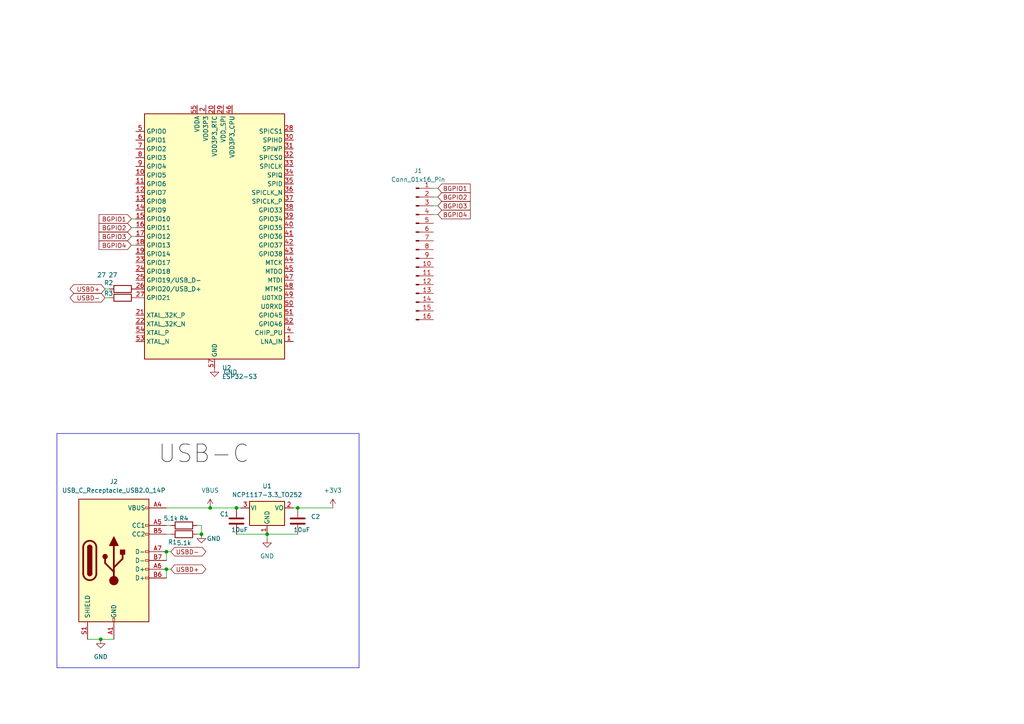
<source format=kicad_sch>
(kicad_sch (version 20250114) (generator "eeschema") (generator_version "9.0")
  (paper "A4")
  (lib_symbols
    (symbol "Connector:Conn_01x16_Pin" (pin_names (offset 1.016) (hide yes))
      (property "Reference" "J" (at 0 20.32 0))
      (property "Value" "Conn_01x16_Pin" (at 0 -22.86 0))
      (symbol "Conn_01x16_Pin_1_1"
        (rectangle (start 0.8636 17.907) (end 0 17.653) (stroke (width 0.1524)) (fill (type outline)))
        (rectangle (start 0.8636 15.367) (end 0 15.113) (stroke (width 0.1524)) (fill (type outline)))
        (rectangle (start 0.8636 12.827) (end 0 12.573) (stroke (width 0.1524)) (fill (type outline)))
        (rectangle (start 0.8636 10.287) (end 0 10.033) (stroke (width 0.1524)) (fill (type outline)))
        (rectangle (start 0.8636 7.747) (end 0 7.493) (stroke (width 0.1524)) (fill (type outline)))
        (rectangle (start 0.8636 5.207) (end 0 4.953) (stroke (width 0.1524)) (fill (type outline)))
        (rectangle (start 0.8636 2.667) (end 0 2.413) (stroke (width 0.1524)) (fill (type outline)))
        (rectangle (start 0.8636 0.127) (end 0 -0.127) (stroke (width 0.1524)) (fill (type outline)))
        (rectangle (start 0.8636 -2.413) (end 0 -2.667) (stroke (width 0.1524)) (fill (type outline)))
        (rectangle (start 0.8636 -4.953) (end 0 -5.207) (stroke (width 0.1524)) (fill (type outline)))
        (rectangle (start 0.8636 -7.493) (end 0 -7.747) (stroke (width 0.1524)) (fill (type outline)))
        (rectangle (start 0.8636 -10.033) (end 0 -10.287) (stroke (width 0.1524)) (fill (type outline)))
        (rectangle (start 0.8636 -12.573) (end 0 -12.827) (stroke (width 0.1524)) (fill (type outline)))
        (rectangle (start 0.8636 -15.113) (end 0 -15.367) (stroke (width 0.1524)) (fill (type outline)))
        (rectangle (start 0.8636 -17.653) (end 0 -17.907) (stroke (width 0.1524)) (fill (type outline)))
        (rectangle (start 0.8636 -20.193) (end 0 -20.447) (stroke (width 0.1524)) (fill (type outline)))
        (polyline (pts (xy 1.27 17.78) (xy 0.8636 17.78)) (stroke (width 0.1524)))
        (polyline (pts (xy 1.27 15.24) (xy 0.8636 15.24)) (stroke (width 0.1524)))
        (polyline (pts (xy 1.27 12.7) (xy 0.8636 12.7)) (stroke (width 0.1524)))
        (polyline (pts (xy 1.27 10.16) (xy 0.8636 10.16)) (stroke (width 0.1524)))
        (polyline (pts (xy 1.27 7.62) (xy 0.8636 7.62)) (stroke (width 0.1524)))
        (polyline (pts (xy 1.27 5.08) (xy 0.8636 5.08)) (stroke (width 0.1524)))
        (polyline (pts (xy 1.27 2.54) (xy 0.8636 2.54)) (stroke (width 0.1524)))
        (polyline (pts (xy 1.27 0) (xy 0.8636 0)) (stroke (width 0.1524)))
        (polyline (pts (xy 1.27 -2.54) (xy 0.8636 -2.54)) (stroke (width 0.1524)))
        (polyline (pts (xy 1.27 -5.08) (xy 0.8636 -5.08)) (stroke (width 0.1524)))
        (polyline (pts (xy 1.27 -7.62) (xy 0.8636 -7.62)) (stroke (width 0.1524)))
        (polyline (pts (xy 1.27 -10.16) (xy 0.8636 -10.16)) (stroke (width 0.1524)))
        (polyline (pts (xy 1.27 -12.7) (xy 0.8636 -12.7)) (stroke (width 0.1524)))
        (polyline (pts (xy 1.27 -15.24) (xy 0.8636 -15.24)) (stroke (width 0.1524)))
        (polyline (pts (xy 1.27 -17.78) (xy 0.8636 -17.78)) (stroke (width 0.1524)))
        (polyline (pts (xy 1.27 -20.32) (xy 0.8636 -20.32)) (stroke (width 0.1524)))
        (pin passive line (at 5.08 17.78 180) (length 3.81) (name "Pin_1") (number "1"))
        (pin passive line (at 5.08 15.24 180) (length 3.81) (name "Pin_2") (number "2"))
        (pin passive line (at 5.08 12.7 180) (length 3.81) (name "Pin_3") (number "3"))
        (pin passive line (at 5.08 10.16 180) (length 3.81) (name "Pin_4") (number "4"))
        (pin passive line (at 5.08 7.62 180) (length 3.81) (name "Pin_5") (number "5"))
        (pin passive line (at 5.08 5.08 180) (length 3.81) (name "Pin_6") (number "6"))
        (pin passive line (at 5.08 2.54 180) (length 3.81) (name "Pin_7") (number "7"))
        (pin passive line (at 5.08 0 180) (length 3.81) (name "Pin_8") (number "8"))
        (pin passive line (at 5.08 -2.54 180) (length 3.81) (name "Pin_9") (number "9"))
        (pin passive line (at 5.08 -5.08 180) (length 3.81) (name "Pin_10") (number "10"))
        (pin passive line (at 5.08 -7.62 180) (length 3.81) (name "Pin_11") (number "11"))
        (pin passive line (at 5.08 -10.16 180) (length 3.81) (name "Pin_12") (number "12"))
        (pin passive line (at 5.08 -12.7 180) (length 3.81) (name "Pin_13") (number "13"))
        (pin passive line (at 5.08 -15.24 180) (length 3.81) (name "Pin_14") (number "14"))
        (pin passive line (at 5.08 -17.78 180) (length 3.81) (name "Pin_15") (number "15"))
        (pin passive line (at 5.08 -20.32 180) (length 3.81) (name "Pin_16") (number "16"))
      )
    )
    (symbol "Connector:USB_C_Receptacle_USB2.0_14P" (pin_names (offset 1.016))
      (property "Reference" "J" (at 0 22.225 0))
      (property "Value" "USB_C_Receptacle_USB2.0_14P" (at 0 19.685 0))
      (symbol "USB_C_Receptacle_USB2.0_14P_0_0"
        (rectangle (start -0.254 -17.78) (end 0.254 -16.764))
        (rectangle (start 10.16 15.494) (end 9.144 14.986))
        (rectangle (start 10.16 10.414) (end 9.144 9.906))
        (rectangle (start 10.16 7.874) (end 9.144 7.366))
        (rectangle (start 10.16 2.794) (end 9.144 2.286))
        (rectangle (start 10.16 0.254) (end 9.144 -0.254))
        (rectangle (start 10.16 -2.286) (end 9.144 -2.794))
        (rectangle (start 10.16 -4.826) (end 9.144 -5.334))
      )
      (symbol "USB_C_Receptacle_USB2.0_14P_0_1"
        (rectangle (start -10.16 17.78) (end 10.16 -17.78) (stroke (width 0.254)) (fill (type background)))
        (polyline (pts (xy -8.89 -3.81) (xy -8.89 3.81)) (stroke (width 0.508)))
        (rectangle (start -7.62 -3.81) (end -6.35 3.81) (stroke (width 0.254)) (fill (type outline)))
        (arc (start -7.62 3.81) (mid -6.985 4.4423) (end -6.35 3.81) (stroke (width 0.254)))
        (arc (start -7.62 3.81) (mid -6.985 4.4423) (end -6.35 3.81) (stroke (width 0.254)) (fill (type outline)))
        (arc (start -8.89 3.81) (mid -6.985 5.7067) (end -5.08 3.81) (stroke (width 0.508)))
        (arc (start -5.08 -3.81) (mid -6.985 -5.7067) (end -8.89 -3.81) (stroke (width 0.508)))
        (arc (start -6.35 -3.81) (mid -6.985 -4.4423) (end -7.62 -3.81) (stroke (width 0.254)))
        (arc (start -6.35 -3.81) (mid -6.985 -4.4423) (end -7.62 -3.81) (stroke (width 0.254)) (fill (type outline)))
        (polyline (pts (xy -5.08 3.81) (xy -5.08 -3.81)) (stroke (width 0.508)))
        (circle (center -2.54 1.143) (radius 0.635) (stroke (width 0.254)) (fill (type outline)))
        (polyline (pts (xy -1.27 4.318) (xy 0 6.858) (xy 1.27 4.318) (xy -1.27 4.318)) (stroke (width 0.254)) (fill (type outline)))
        (polyline (pts (xy 0 -2.032) (xy 2.54 0.508) (xy 2.54 1.778)) (stroke (width 0.508)))
        (polyline (pts (xy 0 -3.302) (xy -2.54 -0.762) (xy -2.54 0.508)) (stroke (width 0.508)))
        (polyline (pts (xy 0 -5.842) (xy 0 4.318)) (stroke (width 0.508)))
        (circle (center 0 -5.842) (radius 1.27) (fill (type outline)))
        (rectangle (start 1.905 1.778) (end 3.175 3.048) (stroke (width 0.254)) (fill (type outline)))
      )
      (symbol "USB_C_Receptacle_USB2.0_14P_1_1"
        (pin passive line (at -7.62 -22.86 90) (length 5.08) (name "SHIELD") (number "S1"))
        (pin passive line (at 0 -22.86 90) (length 5.08) (name "GND") (number "A1"))
        (pin passive line (at 0 -22.86 90) (length 5.08) (hide yes) (name "GND") (number "A12"))
        (pin passive line (at 0 -22.86 90) (length 5.08) (hide yes) (name "GND") (number "B1"))
        (pin passive line (at 0 -22.86 90) (length 5.08) (hide yes) (name "GND") (number "B12"))
        (pin passive line (at 15.24 15.24 180) (length 5.08) (name "VBUS") (number "A4"))
        (pin passive line (at 15.24 15.24 180) (length 5.08) (hide yes) (name "VBUS") (number "A9"))
        (pin passive line (at 15.24 15.24 180) (length 5.08) (hide yes) (name "VBUS") (number "B4"))
        (pin passive line (at 15.24 15.24 180) (length 5.08) (hide yes) (name "VBUS") (number "B9"))
        (pin bidirectional line (at 15.24 10.16 180) (length 5.08) (name "CC1") (number "A5"))
        (pin bidirectional line (at 15.24 7.62 180) (length 5.08) (name "CC2") (number "B5"))
        (pin bidirectional line (at 15.24 2.54 180) (length 5.08) (name "D-") (number "A7"))
        (pin bidirectional line (at 15.24 0 180) (length 5.08) (name "D-") (number "B7"))
        (pin bidirectional line (at 15.24 -2.54 180) (length 5.08) (name "D+") (number "A6"))
        (pin bidirectional line (at 15.24 -5.08 180) (length 5.08) (name "D+") (number "B6"))
      )
    )
    (symbol "Device:C" (pin_numbers (hide yes)) (pin_names (offset 0.254))
      (property "Reference" "C" (at 0.635 2.54 0))
      (property "Value" "C" (at 0.635 -2.54 0))
      (symbol "C_0_1"
        (polyline (pts (xy -2.032 0.762) (xy 2.032 0.762)) (stroke (width 0.508)))
        (polyline (pts (xy -2.032 -0.762) (xy 2.032 -0.762)) (stroke (width 0.508)))
      )
      (symbol "C_1_1"
        (pin passive line (at 0 3.81 270) (length 2.794) (name "~") (number "1"))
        (pin passive line (at 0 -3.81 90) (length 2.794) (name "~") (number "2"))
      )
    )
    (symbol "Device:R" (pin_numbers (hide yes)) (pin_names (offset 0))
      (property "Reference" "R" (at 2.032 0 90))
      (property "Value" "R" (at 0 0 90))
      (symbol "R_0_1"
        (rectangle (start -1.016 -2.54) (end 1.016 2.54) (stroke (width 0.254)))
      )
      (symbol "R_1_1"
        (pin passive line (at 0 3.81 270) (length 1.27) (name "~") (number "1"))
        (pin passive line (at 0 -3.81 90) (length 1.27) (name "~") (number "2"))
      )
    )
    (symbol "MCU_Espressif:ESP32-S3"
      (property "Reference" "U" (at 10.16 -38.1 0))
      (property "Value" "ESP32-S3" (at 13.97 -40.64 0))
      (symbol "ESP32-S3_0_1"
        (rectangle (start -20.32 35.56) (end 20.32 -35.56) (stroke (width 0.254)) (fill (type background)))
      )
      (symbol "ESP32-S3_1_0"
        (pin passive line (at -5.08 38.1 270) (length 2.54) (hide yes) (name "VDDA") (number "56"))
        (pin bidirectional line (at 22.86 12.7 180) (length 2.54) (name "SPICLK_N") (number "36"))
        (pin bidirectional line (at 22.86 -10.16 180) (length 2.54) (name "MTDO") (number "45"))
        (pin bidirectional line (at 22.86 -22.86 180) (length 2.54) (name "GPIO45") (number "51"))
      )
      (symbol "ESP32-S3_1_1"
        (pin bidirectional line (at -22.86 30.48 0) (length 2.54) (name "GPIO0") (number "5"))
        (pin bidirectional line (at -22.86 27.94 0) (length 2.54) (name "GPIO1") (number "6"))
        (pin bidirectional line (at -22.86 25.4 0) (length 2.54) (name "GPIO2") (number "7"))
        (pin bidirectional line (at -22.86 22.86 0) (length 2.54) (name "GPIO3") (number "8"))
        (pin bidirectional line (at -22.86 20.32 0) (length 2.54) (name "GPIO4") (number "9"))
        (pin bidirectional line (at -22.86 17.78 0) (length 2.54) (name "GPIO5") (number "10"))
        (pin bidirectional line (at -22.86 15.24 0) (length 2.54) (name "GPIO6") (number "11"))
        (pin bidirectional line (at -22.86 12.7 0) (length 2.54) (name "GPIO7") (number "12"))
        (pin bidirectional line (at -22.86 10.16 0) (length 2.54) (name "GPIO8") (number "13"))
        (pin bidirectional line (at -22.86 7.62 0) (length 2.54) (name "GPIO9") (number "14"))
        (pin bidirectional line (at -22.86 5.08 0) (length 2.54) (name "GPIO10") (number "15"))
        (pin bidirectional line (at -22.86 2.54 0) (length 2.54) (name "GPIO11") (number "16"))
        (pin bidirectional line (at -22.86 0 0) (length 2.54) (name "GPIO12") (number "17"))
        (pin bidirectional line (at -22.86 -2.54 0) (length 2.54) (name "GPIO13") (number "18"))
        (pin bidirectional line (at -22.86 -5.08 0) (length 2.54) (name "GPIO14") (number "19"))
        (pin bidirectional line (at -22.86 -7.62 0) (length 2.54) (name "GPIO17") (number "23"))
        (pin bidirectional line (at -22.86 -10.16 0) (length 2.54) (name "GPIO18") (number "24"))
        (pin bidirectional line (at -22.86 -12.7 0) (length 2.54) (name "GPIO19/USB_D-") (number "25"))
        (pin bidirectional line (at -22.86 -15.24 0) (length 2.54) (name "GPIO20/USB_D+") (number "26"))
        (pin bidirectional line (at -22.86 -17.78 0) (length 2.54) (name "GPIO21") (number "27"))
        (pin passive line (at -22.86 -22.86 0) (length 2.54) (name "XTAL_32K_P") (number "21"))
        (pin passive line (at -22.86 -25.4 0) (length 2.54) (name "XTAL_32K_N") (number "22"))
        (pin input line (at -22.86 -27.94 0) (length 2.54) (name "XTAL_P") (number "54"))
        (pin output line (at -22.86 -30.48 0) (length 2.54) (name "XTAL_N") (number "53"))
        (pin power_in line (at -5.08 38.1 270) (length 2.54) (name "VDDA") (number "55"))
        (pin power_in line (at -2.54 38.1 270) (length 2.54) (name "VDD3P3") (number "2"))
        (pin passive line (at -2.54 38.1 270) (length 2.54) (hide yes) (name "VDD3P3") (number "3"))
        (pin power_in line (at 0 38.1 270) (length 2.54) (name "VDD3P3_RTC") (number "20"))
        (pin power_in line (at 0 -38.1 90) (length 2.54) (name "GND") (number "57"))
        (pin power_in line (at 2.54 38.1 270) (length 2.54) (name "VDD_SPI") (number "29"))
        (pin power_in line (at 5.08 38.1 270) (length 2.54) (name "VDD3P3_CPU") (number "46"))
        (pin bidirectional line (at 22.86 30.48 180) (length 2.54) (name "SPICS1") (number "28"))
        (pin bidirectional line (at 22.86 27.94 180) (length 2.54) (name "SPIHD") (number "30"))
        (pin bidirectional line (at 22.86 25.4 180) (length 2.54) (name "SPIWP") (number "31"))
        (pin bidirectional line (at 22.86 22.86 180) (length 2.54) (name "SPICS0") (number "32"))
        (pin bidirectional line (at 22.86 20.32 180) (length 2.54) (name "SPICLK") (number "33"))
        (pin bidirectional line (at 22.86 17.78 180) (length 2.54) (name "SPIQ") (number "34"))
        (pin bidirectional line (at 22.86 15.24 180) (length 2.54) (name "SPID") (number "35"))
        (pin bidirectional line (at 22.86 10.16 180) (length 2.54) (name "SPICLK_P") (number "37"))
        (pin bidirectional line (at 22.86 7.62 180) (length 2.54) (name "GPIO33") (number "38"))
        (pin bidirectional line (at 22.86 5.08 180) (length 2.54) (name "GPIO34") (number "39"))
        (pin bidirectional line (at 22.86 2.54 180) (length 2.54) (name "GPIO35") (number "40"))
        (pin bidirectional line (at 22.86 0 180) (length 2.54) (name "GPIO36") (number "41"))
        (pin bidirectional line (at 22.86 -2.54 180) (length 2.54) (name "GPIO37") (number "42"))
        (pin bidirectional line (at 22.86 -5.08 180) (length 2.54) (name "GPIO38") (number "43"))
        (pin bidirectional line (at 22.86 -7.62 180) (length 2.54) (name "MTCK") (number "44"))
        (pin bidirectional line (at 22.86 -12.7 180) (length 2.54) (name "MTDI") (number "47"))
        (pin bidirectional line (at 22.86 -15.24 180) (length 2.54) (name "MTMS") (number "48"))
        (pin bidirectional line (at 22.86 -17.78 180) (length 2.54) (name "U0TXD") (number "49"))
        (pin bidirectional line (at 22.86 -20.32 180) (length 2.54) (name "U0RXD") (number "50"))
        (pin bidirectional line (at 22.86 -25.4 180) (length 2.54) (name "GPIO46") (number "52"))
        (pin input line (at 22.86 -27.94 180) (length 2.54) (name "CHIP_PU") (number "4"))
        (pin bidirectional line (at 22.86 -30.48 180) (length 2.54) (name "LNA_IN") (number "1"))
      )
    )
    (symbol "Regulator_Linear:NCP1117-3.3_TO252" (pin_names (offset 0.254))
      (property "Reference" "U" (at -3.81 3.175 0))
      (property "Value" "NCP1117-3.3_TO252" (at 0 3.175 0))
      (symbol "NCP1117-3.3_TO252_0_1"
        (rectangle (start -5.08 1.905) (end 5.08 -5.08) (stroke (width 0.254)) (fill (type background)))
      )
      (symbol "NCP1117-3.3_TO252_1_1"
        (pin power_in line (at -7.62 0 0) (length 2.54) (name "VI") (number "3"))
        (pin power_in line (at 0 -7.62 90) (length 2.54) (name "GND") (number "1"))
        (pin power_out line (at 7.62 0 180) (length 2.54) (name "VO") (number "2"))
      )
    )
    (symbol "power:+3V3" (power) (pin_numbers (hide yes)) (pin_names (offset 0) (hide yes))
      (property "Value" "+3V3" (at 0 3.556 0))
      (symbol "+3V3_0_1"
        (polyline (pts (xy -0.762 1.27) (xy 0 2.54)))
        (polyline (pts (xy 0 2.54) (xy 0.762 1.27)))
        (polyline (pts (xy 0 0) (xy 0 2.54)))
      )
      (symbol "+3V3_1_1"
        (pin power_in line (at 0 0 90) (length 0) (name "~") (number "1"))
      )
    )
    (symbol "power:GND" (power) (pin_numbers (hide yes)) (pin_names (offset 0) (hide yes))
      (property "Value" "GND" (at 0 -3.81 0))
      (symbol "GND_0_1"
        (polyline (pts (xy 0 0) (xy 0 -1.27) (xy 1.27 -1.27) (xy 0 -2.54) (xy -1.27 -1.27) (xy 0 -1.27)))
      )
      (symbol "GND_1_1"
        (pin power_in line (at 0 0 270) (length 0) (name "~") (number "1"))
      )
    )
    (symbol "power:VBUS" (power) (pin_numbers (hide yes)) (pin_names (offset 0) (hide yes))
      (property "Value" "VBUS" (at 0 3.556 0))
      (symbol "VBUS_0_1"
        (polyline (pts (xy -0.762 1.27) (xy 0 2.54)))
        (polyline (pts (xy 0 2.54) (xy 0.762 1.27)))
        (polyline (pts (xy 0 0) (xy 0 2.54)))
      )
      (symbol "VBUS_1_1"
        (pin power_in line (at 0 0 90) (length 0) (name "~") (number "1"))
      )
    )
  )
  (rectangle (start 16.51 125.73) (end 104.14 193.675))
  (junction (at 60.96 147.32))
  (junction (at 86.36 147.32))
  (junction (at 29.21 185.42))
  (junction (at 77.47 154.94))
  (junction (at 48.26 160.02))
  (junction (at 48.26 165.1))
  (junction (at 58.42 154.94))
  (junction (at 68.58 147.32))
  (wire (pts (xy 68.58 147.32) (xy 69.85 147.32)))
  (wire (pts (xy 38.1 71.12) (xy 39.37 71.12)))
  (wire (pts (xy 96.52 147.32) (xy 86.36 147.32)))
  (wire (pts (xy 49.53 160.02) (xy 48.26 160.02)))
  (wire (pts (xy 60.96 147.32) (xy 68.58 147.32)))
  (wire (pts (xy 29.21 185.42) (xy 33.02 185.42)))
  (wire (pts (xy 77.47 154.94) (xy 86.36 154.94)))
  (wire (pts (xy 127 54.61) (xy 125.73 54.61)))
  (wire (pts (xy 127 57.15) (xy 125.73 57.15)))
  (wire (pts (xy 58.42 152.4) (xy 58.42 154.94)))
  (wire (pts (xy 49.53 165.1) (xy 48.26 165.1)))
  (wire (pts (xy 38.1 66.04) (xy 39.37 66.04)))
  (wire (pts (xy 25.4 185.42) (xy 29.21 185.42)))
  (wire (pts (xy 48.26 160.02) (xy 48.26 162.56)))
  (wire (pts (xy 48.26 147.32) (xy 60.96 147.32)))
  (wire (pts (xy 127 62.23) (xy 125.73 62.23)))
  (wire (pts (xy 48.26 165.1) (xy 48.26 167.64)))
  (wire (pts (xy 57.15 152.4) (xy 58.42 152.4)))
  (wire (pts (xy 57.15 154.94) (xy 58.42 154.94)))
  (wire (pts (xy 38.1 63.5) (xy 39.37 63.5)))
  (wire (pts (xy 68.58 154.94) (xy 77.47 154.94)))
  (wire (pts (xy 48.26 152.4) (xy 49.53 152.4)))
  (wire (pts (xy 48.26 154.94) (xy 49.53 154.94)))
  (wire (pts (xy 85.09 147.32) (xy 86.36 147.32)))
  (wire (pts (xy 38.1 68.58) (xy 39.37 68.58)))
  (wire (pts (xy 30.48 83.82) (xy 31.75 83.82)))
  (wire (pts (xy 30.48 86.36) (xy 31.75 86.36)))
  (wire (pts (xy 77.47 156.21) (xy 77.47 154.94)))
  (wire (pts (xy 127 59.69) (xy 125.73 59.69)))
  (label "USB-C" (at 45.72 135.89 0) (effects (font (size 5.08 5.08))))
  (global_label "USBD+" (shape bidirectional) (at 49.53 165.1 0) (property "Intersheetrefs" "${INTERSHEET_REFS}" (effects (hide yes))))
  (global_label "BGPIO3" (shape input) (at 38.1 68.58 180) (property "Intersheetrefs" "${INTERSHEET_REFS}" (effects (hide yes))))
  (global_label "BGPIO1" (shape input) (at 127 54.61 0) (property "Intersheetrefs" "${INTERSHEET_REFS}" (effects (hide yes))))
  (global_label "BGPIO4" (shape input) (at 38.1 71.12 180) (property "Intersheetrefs" "${INTERSHEET_REFS}" (effects (hide yes))))
  (global_label "BGPIO2" (shape input) (at 127 57.15 0) (property "Intersheetrefs" "${INTERSHEET_REFS}" (effects (hide yes))))
  (global_label "USBD+" (shape bidirectional) (at 30.48 83.82 180) (property "Intersheetrefs" "${INTERSHEET_REFS}" (effects (hide yes))))
  (global_label "BGPIO2" (shape input) (at 38.1 66.04 180) (property "Intersheetrefs" "${INTERSHEET_REFS}" (effects (hide yes))))
  (global_label "BGPIO3" (shape input) (at 127 59.69 0) (property "Intersheetrefs" "${INTERSHEET_REFS}" (effects (hide yes))))
  (global_label "USBD-" (shape bidirectional) (at 49.53 160.02 0) (property "Intersheetrefs" "${INTERSHEET_REFS}" (effects (hide yes))))
  (global_label "BGPIO4" (shape input) (at 127 62.23 0) (property "Intersheetrefs" "${INTERSHEET_REFS}" (effects (hide yes))))
  (global_label "BGPIO1" (shape input) (at 38.1 63.5 180) (property "Intersheetrefs" "${INTERSHEET_REFS}" (effects (hide yes))))
  (global_label "USBD-" (shape bidirectional) (at 30.48 86.36 180) (property "Intersheetrefs" "${INTERSHEET_REFS}" (effects (hide yes))))
  (symbol (lib_id "power:GND") (at 58.42 154.94 0) (unit 1)
    (property "Reference" "#PWR05" (effects (hide yes)))
    (property "Value" "GND" (at 59.944 156.21 0) (effects (justify left)))
    (property "Description" "Power symbol creates a global label with name \"GND\" , ground" (effects (hide yes)))
  )
  (symbol (lib_id "Device:R") (at 53.34 154.94 90) (unit 1)
    (property "Reference" "R1" (at 50.038 157.226 90))
    (property "Value" "5.1k" (at 53.34 157.48 90))
    (property "Description" "Resistor" (effects (hide yes)))
  )
  (symbol (lib_id "Regulator_Linear:NCP1117-3.3_TO252") (at 77.47 147.32 0) (unit 1)
    (property "Reference" "U1" (at 77.47 140.97 0))
    (property "Value" "NCP1117-3.3_TO252" (at 77.47 143.51 0))
    (property "Footprint" "Package_TO_SOT_SMD:TO-252-2" (effects (hide yes)))
    (property "Datasheet" "http://www.onsemi.com/pub_link/Collateral/NCP1117-D.PDF" (effects (hide yes)))
    (property "Description" "1A Low drop-out regulator, Fixed Output 3.3V, TO-252 (DPAK)" (effects (hide yes)))
  )
  (symbol (lib_id "Connector:USB_C_Receptacle_USB2.0_14P") (at 33.02 162.56 0) (unit 1)
    (property "Reference" "J2" (at 33.02 139.7 0))
    (property "Value" "USB_C_Receptacle_USB2.0_14P" (at 33.02 142.24 0))
    (property "Datasheet" "https://www.usb.org/sites/default/files/documents/usb_type-c.zip" (effects (hide yes)))
    (property "Description" "USB 2.0-only 14P Type-C Receptacle connector" (effects (hide yes)))
  )
  (symbol (lib_id "Device:R") (at 53.34 152.4 90) (unit 1)
    (property "Reference" "R4" (at 53.34 150.368 90))
    (property "Value" "5.1k" (at 49.53 150.368 90))
    (property "Description" "Resistor" (effects (hide yes)))
  )
  (symbol (lib_id "Connector:Conn_01x16_Pin") (at 120.65 72.39 0) (unit 1)
    (property "Reference" "J1" (at 121.285 49.53 0))
    (property "Value" "Conn_01x16_Pin" (at 121.285 52.07 0))
    (property "Description" "Generic connector, single row, 01x16, script generated" (effects (hide yes)))
  )
  (symbol (lib_id "power:GND") (at 29.21 185.42 0) (unit 1)
    (property "Reference" "#PWR04" (effects (hide yes)))
    (property "Value" "GND" (at 29.21 190.5 0))
    (property "Description" "Power symbol creates a global label with name \"GND\" , ground" (effects (hide yes)))
  )
  (symbol (lib_id "power:GND") (at 77.47 156.21 0) (unit 1)
    (property "Reference" "#PWR06" (effects (hide yes)))
    (property "Value" "GND" (at 77.47 161.29 0))
    (property "Description" "Power symbol creates a global label with name \"GND\" , ground" (effects (hide yes)))
  )
  (symbol (lib_id "Device:C") (at 86.36 151.13 0) (unit 1)
    (property "Reference" "C2" (at 90.17 149.8599 0) (effects (justify left)))
    (property "Value" "10uF" (at 85.09 153.67 0) (effects (justify left)))
    (property "Description" "Unpolarized capacitor" (effects (hide yes)))
  )
  (symbol (lib_id "power:GND") (at 62.23 106.68 0) (unit 1)
    (property "Reference" "#PWR03" (effects (hide yes)))
    (property "Value" "GND" (at 64.77 107.9499 0) (effects (justify left)))
    (property "Description" "Power symbol creates a global label with name \"GND\" , ground" (effects (hide yes)))
  )
  (symbol (lib_id "power:VBUS") (at 60.96 147.32 0) (unit 1)
    (property "Reference" "#PWR07" (effects (hide yes)))
    (property "Value" "VBUS" (at 60.96 142.24 0))
    (property "Description" "Power symbol creates a global label with name \"VBUS\"" (effects (hide yes)))
  )
  (symbol (lib_id "power:+3V3") (at 96.52 147.32 0) (unit 1)
    (property "Reference" "#PWR08" (effects (hide yes)))
    (property "Value" "+3V3" (at 96.52 142.24 0))
    (property "Description" "Power symbol creates a global label with name \"+3V3\"" (effects (hide yes)))
  )
  (symbol (lib_id "Device:C") (at 68.58 151.13 0) (unit 1)
    (property "Reference" "C1" (at 63.754 149.098 0) (effects (justify left)))
    (property "Value" "10uF" (at 67.056 153.67 0) (effects (justify left)))
    (property "Description" "Unpolarized capacitor" (effects (hide yes)))
  )
  (symbol (lib_id "Device:R") (at 35.56 83.82 270) (unit 1)
    (property "Reference" "R2" (at 31.496 82.042 90))
    (property "Value" "27" (at 29.464 79.756 90))
    (property "Description" "Resistor" (effects (hide yes)))
  )
  (symbol (lib_id "MCU_Espressif:ESP32-S3") (at 62.23 68.58 0) (unit 1)
    (property "Reference" "U2" (at 64.3733 106.68 0) (effects (justify left)))
    (property "Value" "ESP32-S3" (at 64.3733 109.22 0) (effects (justify left)))
    (property "Footprint" "Package_DFN_QFN:QFN-56-1EP_7x7mm_P0.4mm_EP4x4mm" (effects (hide yes)))
    (property "Datasheet" "https://www.espressif.com/sites/default/files/documentation/esp32-s3_datasheet_en.pdf" (effects (hide yes)))
    (property "Description" "Microcontroller, Wi-Fi 802.11b/g/n, Bluetooth, 32bit" (effects (hide yes)))
  )
  (symbol (lib_id "Device:R") (at 35.56 86.36 270) (unit 1)
    (property "Reference" "R3" (at 31.496 85.09 90))
    (property "Value" "27" (at 32.766 79.756 90))
    (property "Description" "Resistor" (effects (hide yes)))
  )
)
</source>
